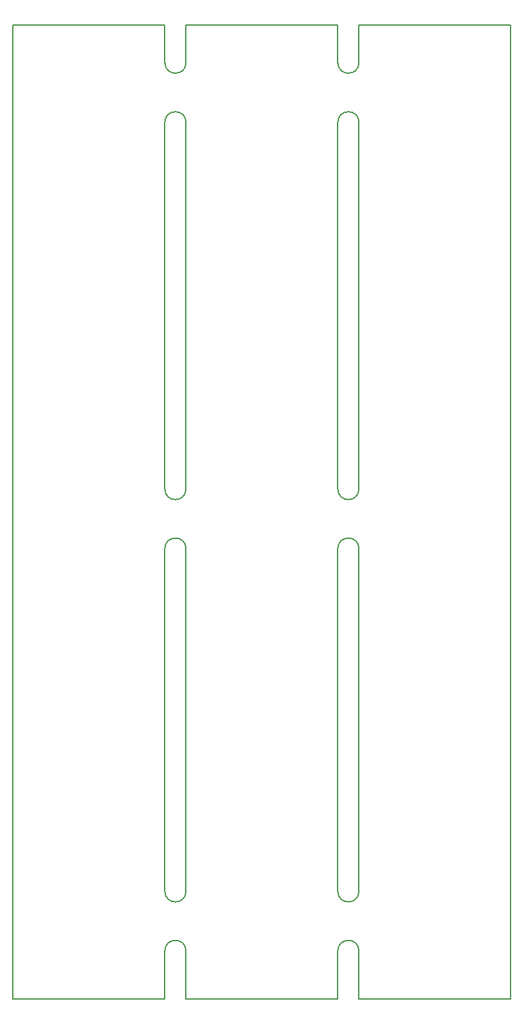
<source format=gbr>
G04 #@! TF.GenerationSoftware,KiCad,Pcbnew,(5.1.9-0-10_14)*
G04 #@! TF.CreationDate,2021-02-07T01:41:00-06:00*
G04 #@! TF.ProjectId,JNTUB_panels,4a4e5455-425f-4706-916e-656c732e6b69,rev?*
G04 #@! TF.SameCoordinates,Original*
G04 #@! TF.FileFunction,Profile,NP*
%FSLAX46Y46*%
G04 Gerber Fmt 4.6, Leading zero omitted, Abs format (unit mm)*
G04 Created by KiCad (PCBNEW (5.1.9-0-10_14)) date 2021-02-07 01:41:00*
%MOMM*%
%LPD*%
G01*
G04 APERTURE LIST*
G04 #@! TA.AperFunction,Profile*
%ADD10C,0.150000*%
G04 #@! TD*
G04 APERTURE END LIST*
D10*
X125603000Y-92710000D02*
G75*
G02*
X128397000Y-92710000I1397000J0D01*
G01*
X125603000Y-84836000D02*
X125603000Y-36449000D01*
X128397000Y-152146000D02*
X128397000Y-145796000D01*
X128397000Y-28575000D02*
G75*
G02*
X125603000Y-28575000I-1397000J0D01*
G01*
X128397000Y-137922000D02*
X128397000Y-92710000D01*
X128397000Y-137922000D02*
G75*
G02*
X125603000Y-137922000I-1397000J0D01*
G01*
X125603000Y-23622000D02*
X125603000Y-28575000D01*
X125603000Y-92710000D02*
X125603000Y-137922000D01*
X125603000Y-145796000D02*
X125603000Y-152146000D01*
X125603000Y-145796000D02*
G75*
G02*
X128397000Y-145796000I1397000J0D01*
G01*
X128397000Y-36449000D02*
X128397000Y-84836000D01*
X128397000Y-84836000D02*
G75*
G02*
X125603000Y-84836000I-1397000J0D01*
G01*
X125603000Y-36449000D02*
G75*
G02*
X128397000Y-36449000I1397000J0D01*
G01*
X128397000Y-23622000D02*
X128397000Y-28575000D01*
X105537000Y-36449000D02*
X105537000Y-84836000D01*
X102743000Y-84836000D02*
X102743000Y-36449000D01*
X102743000Y-92710000D02*
X102743000Y-137922000D01*
X105537000Y-137922000D02*
X105537000Y-92710000D01*
X105537000Y-152146000D02*
X105537000Y-145796000D01*
X102743000Y-145796000D02*
X102743000Y-152146000D01*
X102743000Y-145796000D02*
G75*
G02*
X105537000Y-145796000I1397000J0D01*
G01*
X105537000Y-137922000D02*
G75*
G02*
X102743000Y-137922000I-1397000J0D01*
G01*
X102743000Y-92710000D02*
G75*
G02*
X105537000Y-92710000I1397000J0D01*
G01*
X105537000Y-84836000D02*
G75*
G02*
X102743000Y-84836000I-1397000J0D01*
G01*
X102743000Y-36449000D02*
G75*
G02*
X105537000Y-36449000I1397000J0D01*
G01*
X105537000Y-23622000D02*
X105537000Y-28575000D01*
X102743000Y-23622000D02*
X102743000Y-28575000D01*
X105537000Y-28575000D02*
G75*
G02*
X102743000Y-28575000I-1397000J0D01*
G01*
X128397000Y-23622000D02*
X148463000Y-23622000D01*
X148463000Y-23622000D02*
X148463000Y-152146000D01*
X148463000Y-152146000D02*
X128397000Y-152146000D01*
X105537000Y-23622000D02*
X125603000Y-23622000D01*
X125603000Y-152146000D02*
X105537000Y-152146000D01*
X82677000Y-23622000D02*
X102743000Y-23622000D01*
X102743000Y-152146000D02*
X82677000Y-152146000D01*
X82677000Y-152146000D02*
X82677000Y-23622000D01*
M02*

</source>
